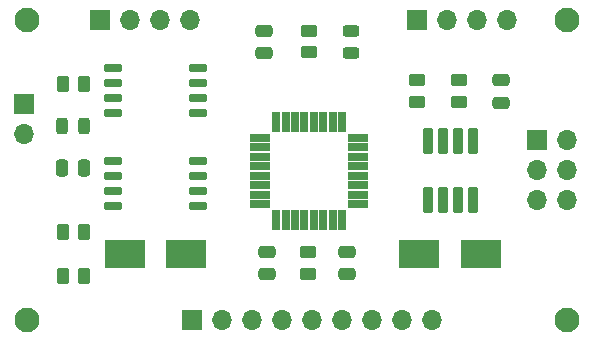
<source format=gts>
%TF.GenerationSoftware,KiCad,Pcbnew,8.0.8*%
%TF.CreationDate,2025-02-03T21:22:42-04:00*%
%TF.ProjectId,ATMega328P-512K-Datalogger-2L,41544d65-6761-4333-9238-502d3531324b,1*%
%TF.SameCoordinates,Original*%
%TF.FileFunction,Soldermask,Top*%
%TF.FilePolarity,Negative*%
%FSLAX46Y46*%
G04 Gerber Fmt 4.6, Leading zero omitted, Abs format (unit mm)*
G04 Created by KiCad (PCBNEW 8.0.8) date 2025-02-03 21:22:42*
%MOMM*%
%LPD*%
G01*
G04 APERTURE LIST*
G04 Aperture macros list*
%AMRoundRect*
0 Rectangle with rounded corners*
0 $1 Rounding radius*
0 $2 $3 $4 $5 $6 $7 $8 $9 X,Y pos of 4 corners*
0 Add a 4 corners polygon primitive as box body*
4,1,4,$2,$3,$4,$5,$6,$7,$8,$9,$2,$3,0*
0 Add four circle primitives for the rounded corners*
1,1,$1+$1,$2,$3*
1,1,$1+$1,$4,$5*
1,1,$1+$1,$6,$7*
1,1,$1+$1,$8,$9*
0 Add four rect primitives between the rounded corners*
20,1,$1+$1,$2,$3,$4,$5,0*
20,1,$1+$1,$4,$5,$6,$7,0*
20,1,$1+$1,$6,$7,$8,$9,0*
20,1,$1+$1,$8,$9,$2,$3,0*%
G04 Aperture macros list end*
%ADD10RoundRect,0.150000X-0.650000X-0.150000X0.650000X-0.150000X0.650000X0.150000X-0.650000X0.150000X0*%
%ADD11RoundRect,0.250000X0.450000X-0.262500X0.450000X0.262500X-0.450000X0.262500X-0.450000X-0.262500X0*%
%ADD12C,2.100000*%
%ADD13RoundRect,0.250000X-0.262500X-0.450000X0.262500X-0.450000X0.262500X0.450000X-0.262500X0.450000X0*%
%ADD14RoundRect,0.094250X-0.742750X-0.282750X0.742750X-0.282750X0.742750X0.282750X-0.742750X0.282750X0*%
%ADD15RoundRect,0.094250X-0.282750X-0.742750X0.282750X-0.742750X0.282750X0.742750X-0.282750X0.742750X0*%
%ADD16RoundRect,0.250000X0.475000X-0.250000X0.475000X0.250000X-0.475000X0.250000X-0.475000X-0.250000X0*%
%ADD17RoundRect,0.250000X-0.475000X0.250000X-0.475000X-0.250000X0.475000X-0.250000X0.475000X0.250000X0*%
%ADD18RoundRect,0.099250X0.297750X-0.987750X0.297750X0.987750X-0.297750X0.987750X-0.297750X-0.987750X0*%
%ADD19R,3.500000X2.400000*%
%ADD20R,1.700000X1.700000*%
%ADD21O,1.700000X1.700000*%
%ADD22RoundRect,0.243750X-0.456250X0.243750X-0.456250X-0.243750X0.456250X-0.243750X0.456250X0.243750X0*%
%ADD23RoundRect,0.243750X-0.243750X-0.456250X0.243750X-0.456250X0.243750X0.456250X-0.243750X0.456250X0*%
%ADD24RoundRect,0.250000X-0.450000X0.262500X-0.450000X-0.262500X0.450000X-0.262500X0.450000X0.262500X0*%
%ADD25RoundRect,0.250000X-0.250000X-0.475000X0.250000X-0.475000X0.250000X0.475000X-0.250000X0.475000X0*%
G04 APERTURE END LIST*
D10*
%TO.C,U3*%
X132500000Y-93434000D03*
X132500000Y-94704000D03*
X132500000Y-95974000D03*
X132500000Y-97244000D03*
X139700000Y-97244000D03*
X139700000Y-95974000D03*
X139700000Y-94704000D03*
X139700000Y-93434000D03*
%TD*%
D11*
%TO.C,R1*%
X149098000Y-92073500D03*
X149098000Y-90248500D03*
%TD*%
D12*
%TO.C,H4*%
X170942000Y-114770000D03*
%TD*%
D13*
%TO.C,R6*%
X128223000Y-107286000D03*
X130048000Y-107286000D03*
%TD*%
D14*
%TO.C,U1*%
X144928000Y-99308000D03*
X144928000Y-100108000D03*
X144928000Y-100908000D03*
X144928000Y-101708000D03*
X144928000Y-102508000D03*
X144928000Y-103308000D03*
X144928000Y-104108000D03*
X144928000Y-104908000D03*
D15*
X146298000Y-106278000D03*
X147098000Y-106278000D03*
X147898000Y-106278000D03*
X148698000Y-106278000D03*
X149498000Y-106278000D03*
X150298000Y-106278000D03*
X151098000Y-106278000D03*
X151898000Y-106278000D03*
D14*
X153268000Y-104908000D03*
X153268000Y-104108000D03*
X153268000Y-103308000D03*
X153268000Y-102508000D03*
X153268000Y-101708000D03*
X153268000Y-100908000D03*
X153268000Y-100108000D03*
X153268000Y-99308000D03*
D15*
X151898000Y-97938000D03*
X151098000Y-97938000D03*
X150298000Y-97938000D03*
X149498000Y-97938000D03*
X148698000Y-97938000D03*
X147898000Y-97938000D03*
X147098000Y-97938000D03*
X146298000Y-97938000D03*
%TD*%
D12*
%TO.C,H2*%
X170942000Y-89370000D03*
%TD*%
%TO.C,H1*%
X125222000Y-89370000D03*
%TD*%
D16*
%TO.C,C1*%
X145288000Y-92148500D03*
X145288000Y-90248500D03*
%TD*%
D10*
%TO.C,U4*%
X132500000Y-101308000D03*
X132500000Y-102578000D03*
X132500000Y-103848000D03*
X132500000Y-105118000D03*
X139700000Y-105118000D03*
X139700000Y-103848000D03*
X139700000Y-102578000D03*
X139700000Y-101308000D03*
%TD*%
D17*
%TO.C,C5*%
X165354000Y-94450000D03*
X165354000Y-96350000D03*
%TD*%
D12*
%TO.C,H3*%
X125222000Y-114770000D03*
%TD*%
D18*
%TO.C,U2*%
X159131000Y-104545000D03*
X160401000Y-104545000D03*
X161671000Y-104545000D03*
X162941000Y-104545000D03*
X162941000Y-99595000D03*
X161671000Y-99595000D03*
X160401000Y-99595000D03*
X159131000Y-99595000D03*
%TD*%
D19*
%TO.C,Y2*%
X163636000Y-109182000D03*
X158436000Y-109182000D03*
%TD*%
D20*
%TO.C,ICSP*%
X168402000Y-99530000D03*
D21*
X170942000Y-99530000D03*
X168402000Y-102070000D03*
X170942000Y-102070000D03*
X168402000Y-104610000D03*
X170942000Y-104610000D03*
%TD*%
D16*
%TO.C,C2*%
X152273000Y-110871000D03*
X152273000Y-108971000D03*
%TD*%
D22*
%TO.C,D1*%
X152654000Y-90248500D03*
X152654000Y-92123500D03*
%TD*%
D23*
%TO.C,D2*%
X128198000Y-98298000D03*
X130073000Y-98298000D03*
%TD*%
D19*
%TO.C,Y1*%
X138684000Y-109182000D03*
X133484000Y-109182000D03*
%TD*%
D24*
%TO.C,R5*%
X161798000Y-94450000D03*
X161798000Y-96275000D03*
%TD*%
D20*
%TO.C,BT1*%
X124968000Y-96438000D03*
D21*
X124968000Y-98978000D03*
%TD*%
D20*
%TO.C,Serial*%
X158242000Y-89370000D03*
D21*
X160782000Y-89370000D03*
X163322000Y-89370000D03*
X165862000Y-89370000D03*
%TD*%
D25*
%TO.C,C4*%
X128165500Y-101854000D03*
X130065500Y-101854000D03*
%TD*%
D13*
%TO.C,R3*%
X128223000Y-94742000D03*
X130048000Y-94742000D03*
%TD*%
D20*
%TO.C,GPIO*%
X139192000Y-114770000D03*
D21*
X141732000Y-114770000D03*
X144272000Y-114770000D03*
X146812000Y-114770000D03*
X149352000Y-114770000D03*
X151892000Y-114770000D03*
X154432000Y-114770000D03*
X156972000Y-114770000D03*
X159512000Y-114770000D03*
%TD*%
D13*
%TO.C,R7*%
X128223000Y-110998000D03*
X130048000Y-110998000D03*
%TD*%
D20*
%TO.C,I2C*%
X131350000Y-89370000D03*
D21*
X133890000Y-89370000D03*
X136430000Y-89370000D03*
X138970000Y-89370000D03*
%TD*%
D24*
%TO.C,R4*%
X158242000Y-94450000D03*
X158242000Y-96275000D03*
%TD*%
D16*
%TO.C,C3*%
X145542000Y-110871000D03*
X145542000Y-108971000D03*
%TD*%
D11*
%TO.C,R2*%
X148971000Y-110813500D03*
X148971000Y-108988500D03*
%TD*%
M02*

</source>
